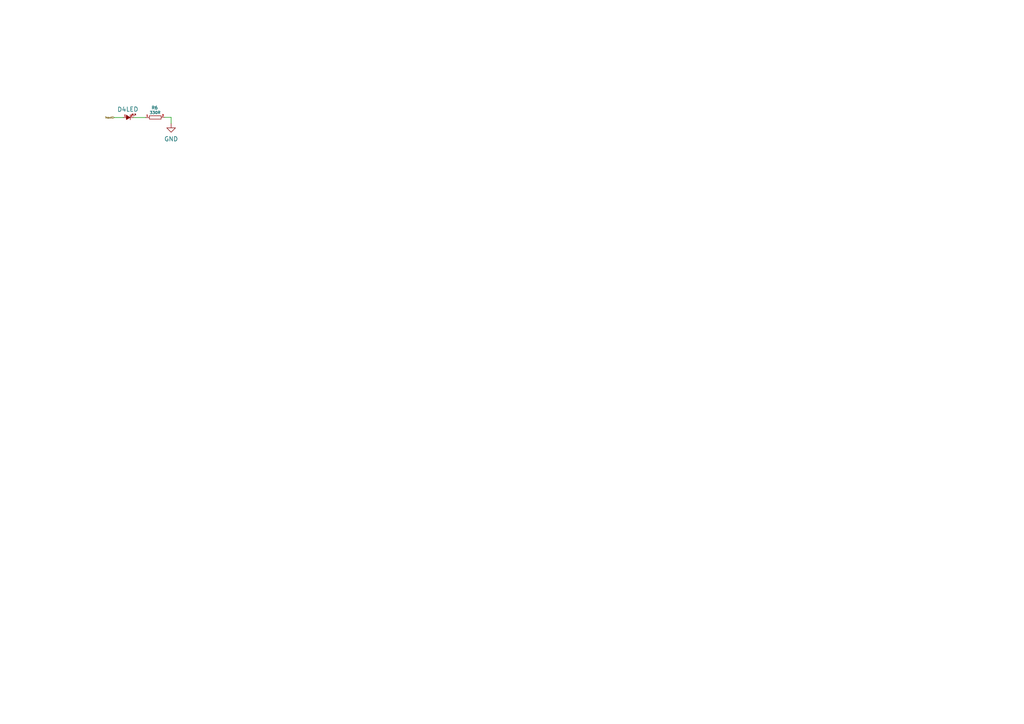
<source format=kicad_sch>
(kicad_sch (version 20211123) (generator eeschema)
  (paper "A4")
  (lib_symbols
    (symbol "Mylib:LED"
      (property "Reference" "D" (at 2.54 3.81 0))
      (property "Value" "LED" (at 0 3.81 0))
      (symbol "LED_0_1"
        (polyline (pts (xy 1.1176 0.8128) (xy 1.1176 -0.6604)))
        (polyline (pts (xy 0 0.7112) (xy 0 -0.6096) (xy 1.016 0) (xy 0 0.7112)) (fill (type outline)))
        (polyline (pts (xy 1.3716 0.4064) (xy 2.0066 1.0414) (xy 1.6256 1.0414) (xy 2.0066 1.0414) (xy 2.0066 0.6604)))
        (polyline (pts (xy 2.0828 0.4064) (xy 2.7178 1.0414) (xy 2.3368 1.0414) (xy 2.7178 1.0414) (xy 2.7178 0.6604)))
      )
      (symbol "LED_1_1"
        (pin passive line (at -0.889 0 0) (length 1) (name "") (number "1"))
        (pin passive line (at 2.032 0 180) (length 1) (name "") (number "2"))
      )
    )
    (symbol "Mylib:resistance"
      (property "Reference" "R" (at 6.35 2.54 0))
      (property "Value" "resistance" (at 0 2.54 0))
      (symbol "resistance_0_1"
        (rectangle (start -1.6256 0.4572) (end 1.778 -0.508))
      )
      (symbol "resistance_1_1"
        (pin passive line (at -2.7432 -0.0508 0) (length 1) (name "~") (number "1"))
        (pin passive line (at 2.794 0 180) (length 1) (name "~") (number "2"))
      )
    )
    (symbol "power:GND" (power) (pin_names (offset 0))
      (property "Value" "GND" (at 0 -3.81 0))
      (symbol "GND_0_1"
        (polyline (pts (xy 0 0) (xy 0 -1.27) (xy 1.27 -1.27) (xy 0 -2.54) (xy -1.27 -1.27) (xy 0 -1.27)))
      )
      (symbol "GND_1_1"
        (pin power_in line (at 0 0 270) (length 0) hide (name "GND") (number "1"))
      )
    )
  )
  (wire (pts (xy 33.0708 34.0868) (xy 35.7632 34.0868)))
  (wire (pts (xy 49.6316 34.036) (xy 49.6316 35.814)))
  (wire (pts (xy 42.2148 34.0868) (xy 38.6842 34.0868)))
  (wire (pts (xy 47.752 34.036) (xy 49.6316 34.036)))
  (hierarchical_label "input" (shape input) (at 33.0708 34.0868 180) (effects (font (size 0.5 0.5))))
  (symbol (lib_id "Mylib:resistance") (at 44.958 34.036 0)
    (property "Reference" "R6" (at 44.8564 31.2674 0) (effects (font (size 0.9 0.9))))
    (property "Value" "330R" (at 44.9834 32.6644 0) (effects (font (size 0.8 0.8))))
    (property "Footprint" "Footprint_lib:resistence" (effects hide))
  )
  (symbol (lib_id "Mylib:LED") (at 36.6522 34.0868 0)
    (property "Reference" "D4" (at 35.3314 31.75 0))
    (property "Value" "LED" (at 38.3286 31.6992 0))
    (property "Footprint" "Footprint_lib:Led" (effects hide))
  )
  (symbol (lib_id "power:GND") (at 49.6316 35.814 0)
    (property "Reference" "#PWR0115" (effects hide))
    (property "Value" "GND" (at 49.6316 40.3098 0))
  )
)
</source>
